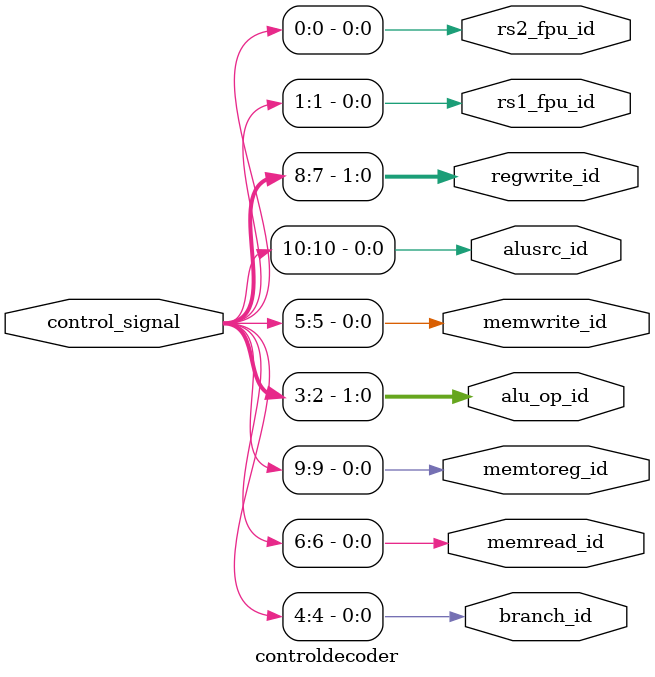
<source format=v>
module controlunit
  (
    input wire [6:0] opcode_id,
    input wire [6:0] funct7_id,
    output wire [10:0] controlunit_out
  );
  assign controlunit_out = 
  (opcode_id == 7'b0000000) ? 11'b00000000000 :             //nop
  (opcode_id == 7'b0010011) ? 11'b10010000000 :             //addi
  (opcode_id == 7'b0110011) ? 11'b00010001000 :             //add, sub
  (opcode_id == 7'b0000011) ? 11'b11011000000 :             //lw
  (opcode_id == 7'b0100011) ? 11'b10000100000 :             //sw
  (opcode_id == 7'b1100011) ? 11'b00000010100 :             //beq
  (opcode_id == 7'b0000111) ? 11'b11101000000 :             //flw
  (opcode_id == 7'b0100111) ? 11'b10000100001 :             //fsw
  (opcode_id == 7'b1010011) ? (
    (funct7_id == 7'b0011000) ? 11'b00010001110 :
    (funct7_id == 7'b0011100) ? 11'b00100001100 : 11'b00100001111) :             //fpu
  11'b0;
  


endmodule

module controldecoder
  (
    input wire [10:0] control_signal,
    output wire branch_id,
    output wire memread_id,
    output wire memtoreg_id,
    output wire [1:0] alu_op_id,
    output wire memwrite_id,
    output wire alusrc_id,
    output wire [1:0]regwrite_id,
    output wire rs1_fpu_id,
    output wire rs2_fpu_id
  );
  assign alusrc_id = control_signal[10];
  assign memtoreg_id = control_signal[9];
  assign regwrite_id = control_signal[8:7];
  assign memread_id = control_signal[6];
  assign memwrite_id = control_signal[5];
  assign branch_id = control_signal[4];
  assign alu_op_id = control_signal[3:2];
  assign rs1_fpu_id = control_signal[1];
  assign rs2_fpu_id = control_signal[0];

endmodule
</source>
